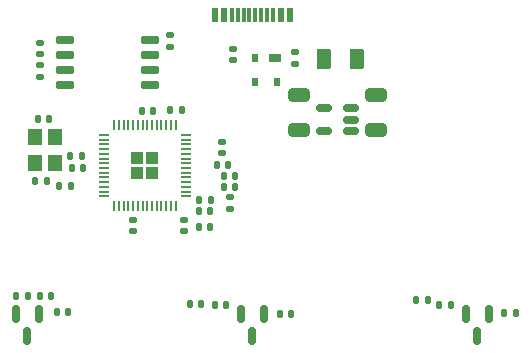
<source format=gbr>
%TF.GenerationSoftware,KiCad,Pcbnew,7.0.5*%
%TF.CreationDate,2024-03-22T10:21:05-05:00*%
%TF.ProjectId,RP2040,52503230-3430-42e6-9b69-6361645f7063,REV1*%
%TF.SameCoordinates,Original*%
%TF.FileFunction,Paste,Top*%
%TF.FilePolarity,Positive*%
%FSLAX46Y46*%
G04 Gerber Fmt 4.6, Leading zero omitted, Abs format (unit mm)*
G04 Created by KiCad (PCBNEW 7.0.5) date 2024-03-22 10:21:05*
%MOMM*%
%LPD*%
G01*
G04 APERTURE LIST*
G04 Aperture macros list*
%AMRoundRect*
0 Rectangle with rounded corners*
0 $1 Rounding radius*
0 $2 $3 $4 $5 $6 $7 $8 $9 X,Y pos of 4 corners*
0 Add a 4 corners polygon primitive as box body*
4,1,4,$2,$3,$4,$5,$6,$7,$8,$9,$2,$3,0*
0 Add four circle primitives for the rounded corners*
1,1,$1+$1,$2,$3*
1,1,$1+$1,$4,$5*
1,1,$1+$1,$6,$7*
1,1,$1+$1,$8,$9*
0 Add four rect primitives between the rounded corners*
20,1,$1+$1,$2,$3,$4,$5,0*
20,1,$1+$1,$4,$5,$6,$7,0*
20,1,$1+$1,$6,$7,$8,$9,0*
20,1,$1+$1,$8,$9,$2,$3,0*%
G04 Aperture macros list end*
%ADD10RoundRect,0.140000X0.140000X0.170000X-0.140000X0.170000X-0.140000X-0.170000X0.140000X-0.170000X0*%
%ADD11RoundRect,0.140000X-0.170000X0.140000X-0.170000X-0.140000X0.170000X-0.140000X0.170000X0.140000X0*%
%ADD12R,0.600000X1.150000*%
%ADD13R,0.300000X1.150000*%
%ADD14RoundRect,0.140000X-0.140000X-0.170000X0.140000X-0.170000X0.140000X0.170000X-0.140000X0.170000X0*%
%ADD15RoundRect,0.150000X0.512500X0.150000X-0.512500X0.150000X-0.512500X-0.150000X0.512500X-0.150000X0*%
%ADD16RoundRect,0.150000X-0.150000X0.587500X-0.150000X-0.587500X0.150000X-0.587500X0.150000X0.587500X0*%
%ADD17RoundRect,0.250000X0.650000X-0.325000X0.650000X0.325000X-0.650000X0.325000X-0.650000X-0.325000X0*%
%ADD18R,1.200000X1.400000*%
%ADD19R,1.000000X0.700000*%
%ADD20R,0.600000X0.700000*%
%ADD21RoundRect,0.140000X0.170000X-0.140000X0.170000X0.140000X-0.170000X0.140000X-0.170000X-0.140000X0*%
%ADD22RoundRect,0.150000X-0.650000X-0.150000X0.650000X-0.150000X0.650000X0.150000X-0.650000X0.150000X0*%
%ADD23RoundRect,0.135000X0.135000X0.185000X-0.135000X0.185000X-0.135000X-0.185000X0.135000X-0.185000X0*%
%ADD24RoundRect,0.250000X-0.292217X0.292217X-0.292217X-0.292217X0.292217X-0.292217X0.292217X0.292217X0*%
%ADD25RoundRect,0.050000X-0.050000X0.387500X-0.050000X-0.387500X0.050000X-0.387500X0.050000X0.387500X0*%
%ADD26RoundRect,0.050000X-0.387500X0.050000X-0.387500X-0.050000X0.387500X-0.050000X0.387500X0.050000X0*%
%ADD27RoundRect,0.250000X-0.375000X-0.625000X0.375000X-0.625000X0.375000X0.625000X-0.375000X0.625000X0*%
G04 APERTURE END LIST*
D10*
%TO.C,C21*%
X-17020000Y2400000D03*
X-17980000Y2400000D03*
%TD*%
D11*
%TO.C,C12*%
X-1934838Y10780500D03*
X-1934838Y9820500D03*
%TD*%
D12*
%TO.C,P1*%
X3200000Y26225000D03*
X2400000Y26225000D03*
D13*
X1250000Y26225000D03*
X250000Y26225000D03*
X-250000Y26225000D03*
X-1250000Y26225000D03*
D12*
X-2400000Y26225000D03*
X-3200000Y26225000D03*
X-3200000Y26225000D03*
X-2400000Y26225000D03*
D13*
X-1750000Y26225000D03*
X-750000Y26225000D03*
X750000Y26225000D03*
X1750000Y26225000D03*
D12*
X2400000Y26225000D03*
X3200000Y26225000D03*
%TD*%
D14*
%TO.C,C15*%
X-4510000Y8250000D03*
X-3550000Y8250000D03*
%TD*%
D11*
%TO.C,C8*%
X-5780000Y8900000D03*
X-5780000Y7940000D03*
%TD*%
D14*
%TO.C,C17*%
X-18380000Y12200000D03*
X-17420000Y12200000D03*
%TD*%
D15*
%TO.C,U1*%
X8315000Y16421250D03*
X8315000Y17371250D03*
X8315000Y18321250D03*
X6040000Y18321250D03*
X6040000Y16421250D03*
%TD*%
D10*
%TO.C,C2*%
X-15400000Y11770000D03*
X-16360000Y11770000D03*
%TD*%
D16*
%TO.C,U7*%
X20000000Y937500D03*
X18100000Y937500D03*
X19050000Y-937500D03*
%TD*%
D10*
%TO.C,R3*%
X-1474838Y12630500D03*
X-2434838Y12630500D03*
%TD*%
D17*
%TO.C,C9*%
X10482500Y16496250D03*
X10482500Y19446250D03*
%TD*%
D14*
%TO.C,C14*%
X-4520000Y9620000D03*
X-3560000Y9620000D03*
%TD*%
D18*
%TO.C,Y1*%
X-18450000Y15900000D03*
X-18450000Y13700000D03*
X-16750000Y13700000D03*
X-16750000Y15900000D03*
%TD*%
D10*
%TO.C,C4*%
X-14320000Y13270500D03*
X-15280000Y13270500D03*
%TD*%
D19*
%TO.C,U3*%
X1910000Y22555000D03*
D20*
X210000Y22555000D03*
X210000Y20555000D03*
X2110000Y20555000D03*
%TD*%
D10*
%TO.C,R11*%
X16780000Y1700000D03*
X15820000Y1700000D03*
%TD*%
%TO.C,R4*%
X-1484838Y11700500D03*
X-2444838Y11700500D03*
%TD*%
D11*
%TO.C,R5*%
X3602500Y23080000D03*
X3602500Y22120000D03*
%TD*%
D21*
%TO.C,R2*%
X-17970000Y21000000D03*
X-17970000Y21960000D03*
%TD*%
%TO.C,C11*%
X-7020000Y23550000D03*
X-7020000Y24510000D03*
%TD*%
D22*
%TO.C,U2*%
X-15854838Y24085500D03*
X-15854838Y22815500D03*
X-15854838Y21545500D03*
X-15854838Y20275500D03*
X-8654838Y20275500D03*
X-8654838Y21545500D03*
X-8654838Y22815500D03*
X-8654838Y24085500D03*
%TD*%
D14*
%TO.C,C5*%
X-3004838Y13570500D03*
X-2044838Y13570500D03*
%TD*%
D10*
%TO.C,C18*%
X-15620000Y1100000D03*
X-16580000Y1100000D03*
%TD*%
D14*
%TO.C,C6*%
X-9350000Y18140000D03*
X-8390000Y18140000D03*
%TD*%
D11*
%TO.C,R1*%
X-17980000Y23870000D03*
X-17980000Y22910000D03*
%TD*%
D10*
%TO.C,C16*%
X-17220000Y17390000D03*
X-18180000Y17390000D03*
%TD*%
D23*
%TO.C,R7*%
X-14390000Y14270000D03*
X-15410000Y14270000D03*
%TD*%
D10*
%TO.C,R10*%
X-2240000Y1700000D03*
X-3200000Y1700000D03*
%TD*%
D16*
%TO.C,U6*%
X950000Y937500D03*
X-950000Y937500D03*
X0Y-937500D03*
%TD*%
D10*
%TO.C,C20*%
X3280000Y900000D03*
X2320000Y900000D03*
%TD*%
D24*
%TO.C,U4*%
X-8465000Y14110000D03*
X-9740000Y14110000D03*
X-8465000Y12835000D03*
X-9740000Y12835000D03*
D25*
X-6502500Y16910000D03*
X-6902500Y16910000D03*
X-7302500Y16910000D03*
X-7702500Y16910000D03*
X-8102500Y16910000D03*
X-8502500Y16910000D03*
X-8902500Y16910000D03*
X-9302500Y16910000D03*
X-9702500Y16910000D03*
X-10102500Y16910000D03*
X-10502500Y16910000D03*
X-10902500Y16910000D03*
X-11302500Y16910000D03*
X-11702500Y16910000D03*
D26*
X-12540000Y16072500D03*
X-12540000Y15672500D03*
X-12540000Y15272500D03*
X-12540000Y14872500D03*
X-12540000Y14472500D03*
X-12540000Y14072500D03*
X-12540000Y13672500D03*
X-12540000Y13272500D03*
X-12540000Y12872500D03*
X-12540000Y12472500D03*
X-12540000Y12072500D03*
X-12540000Y11672500D03*
X-12540000Y11272500D03*
X-12540000Y10872500D03*
D25*
X-11702500Y10035000D03*
X-11302500Y10035000D03*
X-10902500Y10035000D03*
X-10502500Y10035000D03*
X-10102500Y10035000D03*
X-9702500Y10035000D03*
X-9302500Y10035000D03*
X-8902500Y10035000D03*
X-8502500Y10035000D03*
X-8102500Y10035000D03*
X-7702500Y10035000D03*
X-7302500Y10035000D03*
X-6902500Y10035000D03*
X-6502500Y10035000D03*
D26*
X-5665000Y10872500D03*
X-5665000Y11272500D03*
X-5665000Y11672500D03*
X-5665000Y12072500D03*
X-5665000Y12472500D03*
X-5665000Y12872500D03*
X-5665000Y13272500D03*
X-5665000Y13672500D03*
X-5665000Y14072500D03*
X-5665000Y14472500D03*
X-5665000Y14872500D03*
X-5665000Y15272500D03*
X-5665000Y15672500D03*
X-5665000Y16072500D03*
%TD*%
D14*
%TO.C,R9*%
X-19980000Y2400000D03*
X-19020000Y2400000D03*
%TD*%
D16*
%TO.C,U5*%
X-18100000Y937500D03*
X-20000000Y937500D03*
X-19050000Y-937500D03*
%TD*%
D11*
%TO.C,R6*%
X-1680000Y23340000D03*
X-1680000Y22380000D03*
%TD*%
D14*
%TO.C,C23*%
X13870000Y2100000D03*
X14830000Y2100000D03*
%TD*%
D10*
%TO.C,C19*%
X22280000Y1000000D03*
X21320000Y1000000D03*
%TD*%
D14*
%TO.C,C7*%
X-6960000Y18160000D03*
X-6000000Y18160000D03*
%TD*%
D11*
%TO.C,C3*%
X-10100000Y8880000D03*
X-10100000Y7920000D03*
%TD*%
D14*
%TO.C,C22*%
X-5280000Y1800000D03*
X-4320000Y1800000D03*
%TD*%
D27*
%TO.C,F1*%
X6020000Y22520000D03*
X8820000Y22520000D03*
%TD*%
D21*
%TO.C,C1*%
X-2534838Y14530500D03*
X-2534838Y15490500D03*
%TD*%
D14*
%TO.C,C13*%
X-4500000Y10570000D03*
X-3540000Y10570000D03*
%TD*%
D17*
%TO.C,C10*%
X3902500Y16496250D03*
X3902500Y19446250D03*
%TD*%
M02*

</source>
